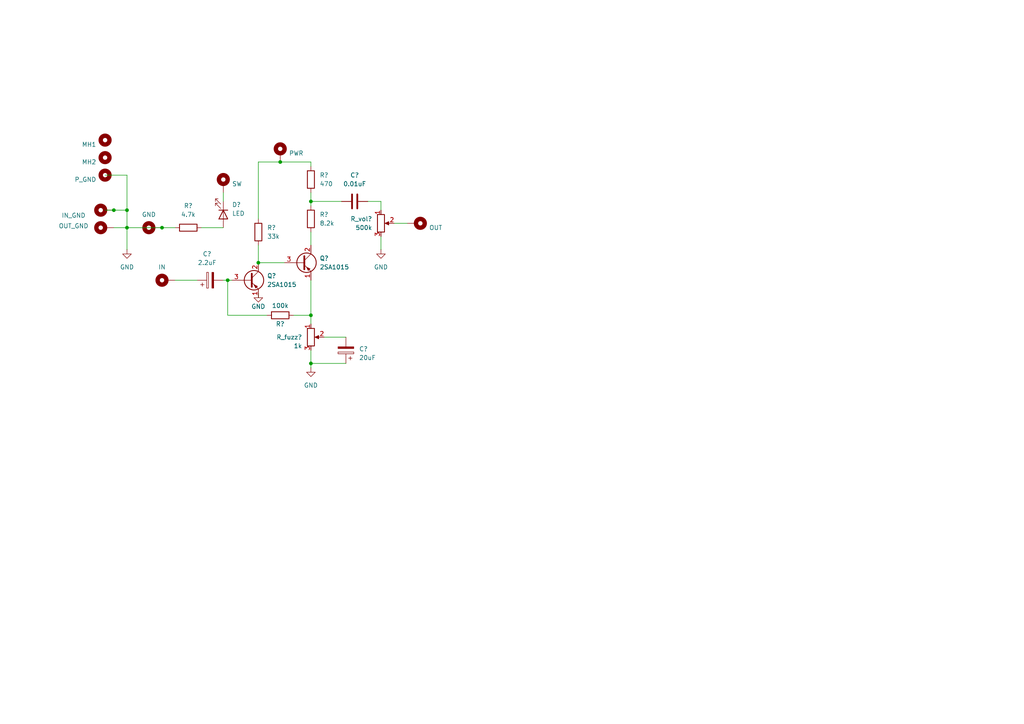
<source format=kicad_sch>
(kicad_sch (version 20250114) (generator "eeschema") (generator_version "9.0")
  (paper "A4")
  (lib_symbols
    (symbol "Device:C" (pin_numbers (hide yes)) (pin_names (offset 0.254))
      (property "Reference" "C" (at 0.635 2.54 0))
      (property "Value" "C" (at 0.635 -2.54 0))
      (symbol "C_0_1"
        (polyline (pts (xy -2.032 0.762) (xy 2.032 0.762)) (stroke (width 0.508)))
        (polyline (pts (xy -2.032 -0.762) (xy 2.032 -0.762)) (stroke (width 0.508)))
      )
      (symbol "C_1_1"
        (pin passive line (at 0 3.81 270) (length 2.794) (name "~") (number "1"))
        (pin passive line (at 0 -3.81 90) (length 2.794) (name "~") (number "2"))
      )
    )
    (symbol "Device:C_Polarized" (pin_numbers (hide yes)) (pin_names (offset 0.254))
      (property "Reference" "C" (at 0.635 2.54 0))
      (property "Value" "C_Polarized" (at 0.635 -2.54 0))
      (symbol "C_Polarized_0_1"
        (rectangle (start -2.286 0.508) (end 2.286 1.016))
        (polyline (pts (xy -1.778 2.286) (xy -0.762 2.286)))
        (polyline (pts (xy -1.27 2.794) (xy -1.27 1.778)))
        (rectangle (start 2.286 -0.508) (end -2.286 -1.016) (fill (type outline)))
      )
      (symbol "C_Polarized_1_1"
        (pin passive line (at 0 3.81 270) (length 2.794) (name "~") (number "1"))
        (pin passive line (at 0 -3.81 90) (length 2.794) (name "~") (number "2"))
      )
    )
    (symbol "Device:LED" (pin_numbers (hide yes)) (pin_names (offset 1.016) (hide yes))
      (property "Reference" "D" (at 0 2.54 0))
      (property "Value" "LED" (at 0 -2.54 0))
      (symbol "LED_0_1"
        (polyline (pts (xy -3.048 -0.762) (xy -4.572 -2.286) (xy -3.81 -2.286) (xy -4.572 -2.286) (xy -4.572 -1.524)))
        (polyline (pts (xy -1.778 -0.762) (xy -3.302 -2.286) (xy -2.54 -2.286) (xy -3.302 -2.286) (xy -3.302 -1.524)))
        (polyline (pts (xy -1.27 0) (xy 1.27 0)))
        (polyline (pts (xy -1.27 -1.27) (xy -1.27 1.27)) (stroke (width 0.254)))
        (polyline (pts (xy 1.27 -1.27) (xy 1.27 1.27) (xy -1.27 0) (xy 1.27 -1.27)) (stroke (width 0.254)))
      )
      (symbol "LED_1_1"
        (pin passive line (at -3.81 0 0) (length 2.54) (name "K") (number "1"))
        (pin passive line (at 3.81 0 180) (length 2.54) (name "A") (number "2"))
      )
    )
    (symbol "Device:R" (pin_numbers (hide yes)) (pin_names (offset 0))
      (property "Reference" "R" (at 2.032 0 90))
      (property "Value" "R" (at 0 0 90))
      (symbol "R_0_1"
        (rectangle (start -1.016 -2.54) (end 1.016 2.54) (stroke (width 0.254)))
      )
      (symbol "R_1_1"
        (pin passive line (at 0 3.81 270) (length 1.27) (name "~") (number "1"))
        (pin passive line (at 0 -3.81 90) (length 1.27) (name "~") (number "2"))
      )
    )
    (symbol "Device:R_Potentiometer" (pin_names (offset 1.016) (hide yes))
      (property "Reference" "RV" (at -4.445 0 90))
      (property "Value" "R_Potentiometer" (at -2.54 0 90))
      (symbol "R_Potentiometer_0_1"
        (rectangle (start 1.016 2.54) (end -1.016 -2.54) (stroke (width 0.254)))
        (polyline (pts (xy 1.143 0) (xy 2.286 0.508) (xy 2.286 -0.508) (xy 1.143 0)) (fill (type outline)))
        (polyline (pts (xy 2.54 0) (xy 1.524 0)))
      )
      (symbol "R_Potentiometer_1_1"
        (pin passive line (at 0 3.81 270) (length 1.27) (name "1") (number "1"))
        (pin passive line (at 0 -3.81 90) (length 1.27) (name "3") (number "3"))
        (pin passive line (at 3.81 0 180) (length 1.27) (name "2") (number "2"))
      )
    )
    (symbol "Mechanical:MountingHole" (pin_names (offset 1.016)) (exclude_from_sim yes) (in_bom no)
      (property "Reference" "H" (at 0 5.08 0))
      (property "Value" "MountingHole" (at 0 3.175 0))
      (symbol "MountingHole_0_1"
        (circle (center 0 0) (radius 1.27) (stroke (width 1.27)))
      )
    )
    (symbol "Mechanical:MountingHole_Pad" (pin_numbers (hide yes)) (pin_names (offset 1.016) (hide yes)) (exclude_from_sim yes) (in_bom no)
      (property "Reference" "H" (at 0 6.35 0))
      (property "Value" "MountingHole_Pad" (at 0 4.445 0))
      (symbol "MountingHole_Pad_0_1"
        (circle (center 0 1.27) (radius 1.27) (stroke (width 1.27)))
      )
      (symbol "MountingHole_Pad_1_1"
        (pin input line (at 0 -2.54 90) (length 2.54) (name "1") (number "1"))
      )
    )
    (symbol "Transistor_BJT:2SA1015" (pin_names (offset 0) (hide yes))
      (property "Reference" "Q" (at 5.08 1.905 0))
      (property "Value" "2SA1015" (at 5.08 0 0))
      (symbol "2SA1015_0_1"
        (polyline (pts (xy -2.54 0) (xy 0.635 0)))
        (polyline (pts (xy 0.635 1.905) (xy 0.635 -1.905)) (stroke (width 0.508)))
        (polyline (pts (xy 0.635 0.635) (xy 2.54 2.54)))
        (polyline (pts (xy 0.635 -0.635) (xy 2.54 -2.54)))
        (circle (center 1.27 0) (radius 2.8194) (stroke (width 0.254)))
        (polyline (pts (xy 2.286 -1.778) (xy 1.778 -2.286) (xy 1.27 -1.27) (xy 2.286 -1.778)) (fill (type outline)))
      )
      (symbol "2SA1015_1_1"
        (pin input line (at -5.08 0 0) (length 2.54) (name "B") (number "3"))
        (pin passive line (at 2.54 5.08 270) (length 2.54) (name "C") (number "2"))
        (pin passive line (at 2.54 -5.08 90) (length 2.54) (name "E") (number "1"))
      )
    )
    (symbol "power:GND" (power) (pin_numbers (hide yes)) (pin_names (offset 0) (hide yes))
      (property "Value" "GND" (at 0 -3.81 0))
      (symbol "GND_0_1"
        (polyline (pts (xy 0 0) (xy 0 -1.27) (xy 1.27 -1.27) (xy 0 -2.54) (xy -1.27 -1.27) (xy 0 -1.27)))
      )
      (symbol "GND_1_1"
        (pin power_in line (at 0 0 270) (length 0) (name "~") (number "1"))
      )
    )
  )
  (junction (at 90.17 58.42))
  (junction (at 33.02 60.96))
  (junction (at 74.93 76.2))
  (junction (at 36.83 66.04))
  (junction (at 66.04 81.28))
  (junction (at 46.99 66.04))
  (junction (at 81.28 46.99))
  (junction (at 90.17 91.44))
  (junction (at 36.83 60.96))
  (junction (at 90.17 105.41))
  (wire (pts (xy 110.49 68.58) (xy 110.49 72.39)))
  (wire (pts (xy 58.42 66.04) (xy 64.77 66.04)))
  (wire (pts (xy 90.17 105.41) (xy 100.33 105.41)))
  (wire (pts (xy 66.04 81.28) (xy 66.04 91.44)))
  (wire (pts (xy 36.83 50.8) (xy 36.83 60.96)))
  (wire (pts (xy 66.04 91.44) (xy 77.47 91.44)))
  (wire (pts (xy 81.28 46.99) (xy 90.17 46.99)))
  (wire (pts (xy 36.83 50.8) (xy 30.48 50.8)))
  (wire (pts (xy 66.04 81.28) (xy 67.31 81.28)))
  (wire (pts (xy 36.83 66.04) (xy 46.99 66.04)))
  (wire (pts (xy 64.77 55.88) (xy 64.77 58.42)))
  (wire (pts (xy 90.17 46.99) (xy 90.17 48.26)))
  (wire (pts (xy 114.3 64.77) (xy 118.11 64.77)))
  (wire (pts (xy 33.02 60.96) (xy 30.48 60.96)))
  (wire (pts (xy 106.68 58.42) (xy 110.49 58.42)))
  (wire (pts (xy 74.93 71.12) (xy 74.93 76.2)))
  (wire (pts (xy 90.17 58.42) (xy 90.17 59.69)))
  (wire (pts (xy 90.17 55.88) (xy 90.17 58.42)))
  (wire (pts (xy 93.98 97.79) (xy 100.33 97.79)))
  (wire (pts (xy 36.83 60.96) (xy 36.83 66.04)))
  (wire (pts (xy 74.93 46.99) (xy 81.28 46.99)))
  (wire (pts (xy 46.99 66.04) (xy 50.8 66.04)))
  (wire (pts (xy 90.17 106.68) (xy 90.17 105.41)))
  (wire (pts (xy 90.17 91.44) (xy 90.17 93.98)))
  (wire (pts (xy 74.93 46.99) (xy 74.93 63.5)))
  (wire (pts (xy 90.17 81.28) (xy 90.17 91.44)))
  (wire (pts (xy 90.17 67.31) (xy 90.17 71.12)))
  (wire (pts (xy 50.8 81.28) (xy 57.15 81.28)))
  (wire (pts (xy 74.93 85.09) (xy 74.93 86.36)))
  (wire (pts (xy 90.17 58.42) (xy 99.06 58.42)))
  (wire (pts (xy 90.17 105.41) (xy 90.17 101.6)))
  (wire (pts (xy 74.93 76.2) (xy 82.55 76.2)))
  (wire (pts (xy 110.49 58.42) (xy 110.49 60.96)))
  (wire (pts (xy 85.09 91.44) (xy 90.17 91.44)))
  (wire (pts (xy 36.83 60.96) (xy 33.02 60.96)))
  (wire (pts (xy 33.02 66.04) (xy 36.83 66.04)))
  (wire (pts (xy 64.77 81.28) (xy 66.04 81.28)))
  (wire (pts (xy 36.83 72.39) (xy 36.83 66.04)))
  (symbol (lib_id "Device:C_Polarized") (at 60.96 81.28 90) (unit 1)
    (property "Reference" "C?" (at 60.071 73.66 90))
    (property "Value" "2.2uF" (at 60.071 76.2 90))
    (property "Footprint" "ANA PARTS:StandardPolarizedCapacitorPedal" (effects (hide yes)))
    (property "Description" "Polarized capacitor" (effects (hide yes)))
  )
  (symbol (lib_id "Mechanical:MountingHole_Pad") (at 30.48 60.96 90) (mirror x) (unit 1) (exclude_from_sim yes) (in_bom no)
    (property "Reference" "IN_GND" (effects (hide yes)))
    (property "Value" "IN_GND" (at 21.336 62.484 90))
    (property "Footprint" "ANA PARTS:1.5mm_MountingHole" (effects (hide yes)))
    (property "Description" "Mounting Hole with connection" (effects (hide yes)))
  )
  (symbol (lib_id "Mechanical:MountingHole_Pad") (at 44.45 66.04 90) (unit 1) (exclude_from_sim yes) (in_bom no)
    (property "Reference" "GND" (effects (hide yes)))
    (property "Value" "GND" (at 43.18 62.23 90))
    (property "Footprint" "ANA PARTS:1.5mm_MountingHole" (effects (hide yes)))
    (property "Description" "Mounting Hole with connection" (effects (hide yes)))
  )
  (symbol (lib_id "Mechanical:MountingHole_Pad") (at 81.28 44.45 0) (unit 1) (exclude_from_sim yes) (in_bom no)
    (property "Reference" "PWR" (effects (hide yes)))
    (property "Value" "PWR" (at 83.82 44.4499 0) (effects (justify left)))
    (property "Footprint" "ANA PARTS:1.5mm_MountingHole" (effects (hide yes)))
    (property "Description" "Mounting Hole with connection" (effects (hide yes)))
  )
  (symbol (lib_id "power:GND") (at 90.17 106.68 0) (unit 1)
    (property "Reference" "#PWR?" (effects (hide yes)))
    (property "Value" "GND" (at 90.17 111.76 0))
    (property "Description" "Power symbol creates a global label with name \"GND\" , ground" (effects (hide yes)))
  )
  (symbol (lib_id "Mechanical:MountingHole") (at 30.48 45.72 0) (mirror y) (unit 1) (exclude_from_sim yes) (in_bom no)
    (property "Reference" "MH2" (effects (hide yes)))
    (property "Value" "MH2" (at 27.94 46.9899 0) (effects (justify left)))
    (property "Footprint" "MountingHole:MountingHole_2.2mm_M2_DIN965_Pad_TopOnly" (effects (hide yes)))
    (property "Description" "Mounting Hole without connection" (effects (hide yes)))
  )
  (symbol (lib_id "Device:C_Polarized") (at 100.33 101.6 180) (unit 1)
    (property "Reference" "C?" (at 104.14 101.2189 0) (effects (justify right)))
    (property "Value" "20uF" (at 104.14 103.7589 0) (effects (justify right)))
    (property "Footprint" "ANA PARTS:StandardPolarizedCapacitorPedal" (effects (hide yes)))
    (property "Description" "Polarized capacitor" (effects (hide yes)))
  )
  (symbol (lib_id "Mechanical:MountingHole_Pad") (at 120.65 64.77 270) (unit 1) (exclude_from_sim yes) (in_bom no)
    (property "Reference" "OUT" (effects (hide yes)))
    (property "Value" "OUT" (at 124.46 66.0399 90) (effects (justify left)))
    (property "Footprint" "ANA PARTS:1.5mm_MountingHole" (effects (hide yes)))
    (property "Description" "Mounting Hole with connection" (effects (hide yes)))
  )
  (symbol (lib_id "Device:C") (at 102.87 58.42 90) (unit 1)
    (property "Reference" "C?" (at 102.87 50.8 90))
    (property "Value" "0.01uF" (at 102.87 53.34 90))
    (property "Footprint" "ANA PARTS:StandardUnpolarizedCapacitorPedal" (effects (hide yes)))
    (property "Description" "Unpolarized capacitor" (effects (hide yes)))
  )
  (symbol (lib_id "Mechanical:MountingHole") (at 30.48 50.8 0) (mirror y) (unit 1) (exclude_from_sim yes) (in_bom no)
    (property "Reference" "P_GND" (effects (hide yes)))
    (property "Value" "P_GND" (at 27.94 52.0699 0) (effects (justify left)))
    (property "Footprint" "MountingHole:MountingHole_2.2mm_M2_DIN965_Pad_TopOnly" (effects (hide yes)))
    (property "Description" "Mounting Hole without connection" (effects (hide yes)))
  )
  (symbol (lib_id "Mechanical:MountingHole_Pad") (at 30.48 66.04 90) (mirror x) (unit 1) (exclude_from_sim yes) (in_bom no)
    (property "Reference" "OUT_GND" (effects (hide yes)))
    (property "Value" "OUT_GND" (at 21.336 65.532 90))
    (property "Footprint" "ANA PARTS:1.5mm_MountingHole" (effects (hide yes)))
    (property "Description" "Mounting Hole with connection" (effects (hide yes)))
  )
  (symbol (lib_id "Device:R_Potentiometer") (at 90.17 97.79 0) (unit 1)
    (property "Reference" "R_fuzz?" (at 87.63 97.79 0) (effects (justify right)))
    (property "Value" "1k" (at 87.63 100.33 0) (effects (justify right)))
    (property "Footprint" "ANA PARTS:StandardPot" (effects (hide yes)))
    (property "Description" "Potentiometer" (effects (hide yes)))
  )
  (symbol (lib_id "Mechanical:MountingHole") (at 30.48 40.64 0) (mirror y) (unit 1) (exclude_from_sim yes) (in_bom no)
    (property "Reference" "MH1" (effects (hide yes)))
    (property "Value" "MH1" (at 27.94 41.9099 0) (effects (justify left)))
    (property "Footprint" "MountingHole:MountingHole_2.2mm_M2_DIN965_Pad_TopOnly" (effects (hide yes)))
    (property "Description" "Mounting Hole without connection" (effects (hide yes)))
  )
  (symbol (lib_id "Device:R") (at 90.17 52.07 0) (unit 1)
    (property "Reference" "R?" (at 92.71 50.7999 0) (effects (justify left)))
    (property "Value" "470" (at 92.71 53.3399 0) (effects (justify left)))
    (property "Footprint" "ANA PARTS:StandardResistorPedal" (effects (hide yes)))
    (property "Description" "Resistor" (effects (hide yes)))
  )
  (symbol (lib_id "Device:R") (at 54.61 66.04 90) (unit 1)
    (property "Reference" "R?" (at 54.61 59.69 90))
    (property "Value" "4.7k" (at 54.61 62.23 90))
    (property "Footprint" "ANA PARTS:StandardResistorPedal" (effects (hide yes)))
    (property "Description" "Resistor" (effects (hide yes)))
  )
  (symbol (lib_id "Transistor_BJT:2SA1015") (at 72.39 81.28 0) (unit 1)
    (property "Reference" "Q?" (at 77.47 80.0099 0) (effects (justify left)))
    (property "Value" "2SA1015" (at 77.47 82.5499 0) (effects (justify left)))
    (property "Footprint" "Package_TO_SOT_THT:TO-92_Inline" (effects (hide yes)))
    (property "Datasheet" "http://www.datasheetcatalog.org/datasheet/toshiba/905.pdf" (effects (hide yes)))
    (property "Description" "-0.15A Ic, -50V Vce, Low Noise Audio PNP Transistor, TO-92" (effects (hide yes)))
  )
  (symbol (lib_id "power:GND") (at 74.93 85.09 0) (unit 1)
    (property "Reference" "#PWR?" (effects (hide yes)))
    (property "Value" "GND" (at 74.93 88.9 0))
    (property "Description" "Power symbol creates a global label with name \"GND\" , ground" (effects (hide yes)))
  )
  (symbol (lib_id "power:GND") (at 36.83 72.39 0) (unit 1)
    (property "Reference" "#PWR?" (effects (hide yes)))
    (property "Value" "GND" (at 36.83 77.47 0))
    (property "Description" "Power symbol creates a global label with name \"GND\" , ground" (effects (hide yes)))
  )
  (symbol (lib_id "Device:R") (at 74.93 67.31 0) (unit 1)
    (property "Reference" "R?" (at 77.47 66.0399 0) (effects (justify left)))
    (property "Value" "33k" (at 77.47 68.5799 0) (effects (justify left)))
    (property "Footprint" "ANA PARTS:StandardResistorPedal" (effects (hide yes)))
    (property "Description" "Resistor" (effects (hide yes)))
  )
  (symbol (lib_id "Mechanical:MountingHole_Pad") (at 64.77 53.34 0) (unit 1) (exclude_from_sim yes) (in_bom no)
    (property "Reference" "SW" (effects (hide yes)))
    (property "Value" "SW" (at 67.31 53.3399 0) (effects (justify left)))
    (property "Footprint" "ANA PARTS:1.5mm_MountingHole" (effects (hide yes)))
    (property "Description" "Mounting Hole with connection" (effects (hide yes)))
  )
  (symbol (lib_id "Device:R_Potentiometer") (at 110.49 64.77 0) (unit 1)
    (property "Reference" "R_vol?" (at 107.95 63.4999 0) (effects (justify right)))
    (property "Value" "500k" (at 107.95 66.0399 0) (effects (justify right)))
    (property "Footprint" "ANA PARTS:StandardPot" (effects (hide yes)))
    (property "Description" "Potentiometer" (effects (hide yes)))
  )
  (symbol (lib_id "Mechanical:MountingHole_Pad") (at 48.26 81.28 90) (unit 1) (exclude_from_sim yes) (in_bom no)
    (property "Reference" "IN" (effects (hide yes)))
    (property "Value" "IN" (at 46.99 77.47 90))
    (property "Footprint" "ANA PARTS:1.5mm_MountingHole" (effects (hide yes)))
    (property "Description" "Mounting Hole with connection" (effects (hide yes)))
  )
  (symbol (lib_id "Device:R") (at 81.28 91.44 90) (unit 1)
    (property "Reference" "R?" (at 81.28 93.98 90))
    (property "Value" "100k" (at 81.28 88.646 90))
    (property "Footprint" "ANA PARTS:StandardResistorPedal" (effects (hide yes)))
    (property "Description" "Resistor" (effects (hide yes)))
  )
  (symbol (lib_id "power:GND") (at 110.49 72.39 0) (unit 1)
    (property "Reference" "#PWR?" (effects (hide yes)))
    (property "Value" "GND" (at 110.49 77.47 0))
    (property "Description" "Power symbol creates a global label with name \"GND\" , ground" (effects (hide yes)))
  )
  (symbol (lib_id "Device:LED") (at 64.77 62.23 270) (unit 1)
    (property "Reference" "D?" (at 67.31 59.3724 90) (effects (justify left)))
    (property "Value" "LED" (at 67.31 61.9124 90) (effects (justify left)))
    (property "Footprint" "LED_THT:LED_D5.0mm_Clear" (effects (hide yes)))
    (property "Description" "Light emitting diode" (effects (hide yes)))
    (property "Sim.Pins" "1=K 2=A" (effects (hide yes)))
  )
  (symbol (lib_id "Transistor_BJT:2SA1015") (at 87.63 76.2 0) (unit 1)
    (property "Reference" "Q?" (at 92.71 74.9299 0) (effects (justify left)))
    (property "Value" "2SA1015" (at 92.71 77.4699 0) (effects (justify left)))
    (property "Footprint" "Package_TO_SOT_THT:TO-92_Inline" (effects (hide yes)))
    (property "Datasheet" "http://www.datasheetcatalog.org/datasheet/toshiba/905.pdf" (effects (hide yes)))
    (property "Description" "-0.15A Ic, -50V Vce, Low Noise Audio PNP Transistor, TO-92" (effects (hide yes)))
  )
  (symbol (lib_id "Device:R") (at 90.17 63.5 0) (unit 1)
    (property "Reference" "R?" (at 92.71 62.2299 0) (effects (justify left)))
    (property "Value" "8.2k" (at 92.71 64.7699 0) (effects (justify left)))
    (property "Footprint" "ANA PARTS:StandardResistorPedal" (effects (hide yes)))
    (property "Description" "Resistor" (effects (hide yes)))
  )
)
</source>
